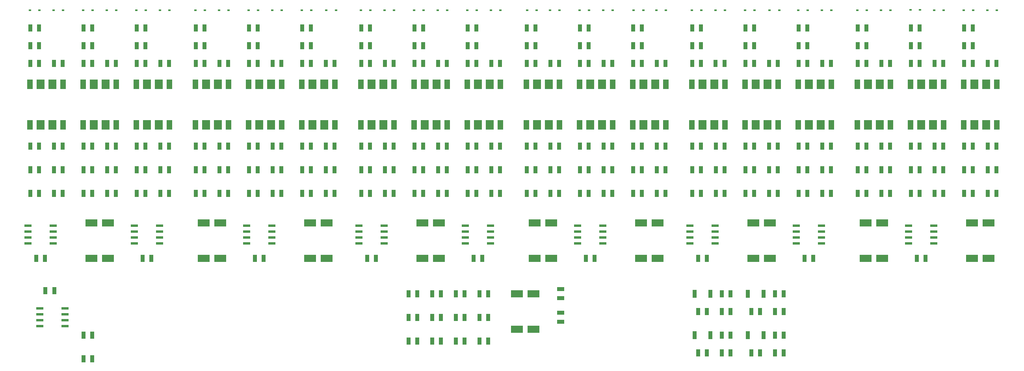
<source format=gbr>
G04 #@! TF.GenerationSoftware,KiCad,Pcbnew,(5.0.0-rc2-dev-158-g52ab6216c)*
G04 #@! TF.CreationDate,2018-03-09T12:59:15-06:00*
G04 #@! TF.ProjectId,Hybrid_bat_measure_18CH_v0.4_Teensy3.5,4879627269645F6261745F6D65617375,rev?*
G04 #@! TF.SameCoordinates,Original*
G04 #@! TF.FileFunction,Paste,Top*
G04 #@! TF.FilePolarity,Positive*
%FSLAX46Y46*%
G04 Gerber Fmt 4.6, Leading zero omitted, Abs format (unit mm)*
G04 Created by KiCad (PCBNEW (5.0.0-rc2-dev-158-g52ab6216c)) date 03/09/18 12:59:15*
%MOMM*%
%LPD*%
G01*
G04 APERTURE LIST*
%ADD10R,0.970000X1.500000*%
%ADD11R,0.600000X0.450000*%
%ADD12R,1.252000X2.000000*%
%ADD13R,1.784000X2.000000*%
%ADD14R,1.550000X0.600000*%
%ADD15R,2.600000X1.600000*%
%ADD16R,1.500000X0.970000*%
%ADD17R,0.900000X1.700000*%
G04 APERTURE END LIST*
D10*
X140015000Y-87630000D03*
X141925000Y-87630000D03*
X93025000Y-87630000D03*
X94935000Y-87630000D03*
X115885000Y-87630000D03*
X117795000Y-87630000D03*
X211135000Y-87630000D03*
X213045000Y-87630000D03*
X164145000Y-87630000D03*
X166055000Y-87630000D03*
X187005000Y-87630000D03*
X188915000Y-87630000D03*
X68895000Y-87630000D03*
X70805000Y-87630000D03*
X21905000Y-87630000D03*
X23815000Y-87630000D03*
D11*
X105190000Y-34290000D03*
X103090000Y-34290000D03*
X98840000Y-34290000D03*
X96740000Y-34290000D03*
X110270000Y-34290000D03*
X108170000Y-34290000D03*
X116620000Y-34290000D03*
X114520000Y-34290000D03*
X129502000Y-34290000D03*
X127402000Y-34290000D03*
X86360000Y-34290000D03*
X84260000Y-34290000D03*
X74710000Y-34290000D03*
X72610000Y-34290000D03*
X69630000Y-34290000D03*
X67530000Y-34290000D03*
X121700000Y-34290000D03*
X119600000Y-34290000D03*
X39150000Y-34290000D03*
X37050000Y-34290000D03*
X45500000Y-34290000D03*
X43400000Y-34290000D03*
X50580000Y-34290000D03*
X48480000Y-34290000D03*
X58200000Y-34290000D03*
X56100000Y-34290000D03*
X228380000Y-34290000D03*
X226280000Y-34290000D03*
X63280000Y-34290000D03*
X61180000Y-34290000D03*
X81060000Y-34290000D03*
X78960000Y-34290000D03*
X93760000Y-34290000D03*
X91660000Y-34290000D03*
X169960000Y-34290000D03*
X167860000Y-34290000D03*
X211870000Y-34249500D03*
X209770000Y-34249500D03*
X205520000Y-34290000D03*
X203420000Y-34290000D03*
X192820000Y-34290000D03*
X190720000Y-34290000D03*
X187740000Y-34290000D03*
X185640000Y-34290000D03*
X176310000Y-34290000D03*
X174210000Y-34290000D03*
X164880000Y-34290000D03*
X162780000Y-34290000D03*
X157260000Y-34290000D03*
X155160000Y-34290000D03*
X200440000Y-34290000D03*
X198340000Y-34290000D03*
X223300000Y-34290000D03*
X221200000Y-34290000D03*
X34070000Y-34290000D03*
X31970000Y-34290000D03*
X181610000Y-34290000D03*
X179510000Y-34290000D03*
X134400000Y-34290000D03*
X132300000Y-34290000D03*
X140750000Y-34290000D03*
X138650000Y-34290000D03*
X145830000Y-34290000D03*
X143730000Y-34290000D03*
X216950000Y-34290000D03*
X214850000Y-34290000D03*
X152400000Y-34290000D03*
X150300000Y-34290000D03*
D10*
X20635000Y-73660000D03*
X22545000Y-73660000D03*
X32065000Y-73660000D03*
X33975000Y-73660000D03*
X174305000Y-73660000D03*
X176215000Y-73660000D03*
X162875000Y-73660000D03*
X164785000Y-73660000D03*
X150175000Y-73660000D03*
X152085000Y-73660000D03*
X221295000Y-73660000D03*
X223205000Y-73660000D03*
X138745000Y-73660000D03*
X140655000Y-73660000D03*
X209865000Y-73660000D03*
X211775000Y-73660000D03*
X198435000Y-73660000D03*
X200345000Y-73660000D03*
X79055000Y-73660000D03*
X80965000Y-73660000D03*
X67625000Y-73660000D03*
X69535000Y-73660000D03*
X43495000Y-73660000D03*
X45405000Y-73660000D03*
X185735000Y-73660000D03*
X187645000Y-73660000D03*
X56195000Y-73660000D03*
X58105000Y-73660000D03*
X114615000Y-73660000D03*
X116525000Y-73660000D03*
X127315000Y-73660000D03*
X129225000Y-73660000D03*
X91755000Y-73660000D03*
X93665000Y-73660000D03*
X103185000Y-73660000D03*
X105095000Y-73660000D03*
D11*
X22640000Y-34290000D03*
X20540000Y-34290000D03*
X27720000Y-34290000D03*
X25620000Y-34290000D03*
D10*
X226375000Y-73660000D03*
X228285000Y-73660000D03*
X32065000Y-63500000D03*
X33975000Y-63500000D03*
X79055000Y-41910000D03*
X80965000Y-41910000D03*
X138745000Y-63500000D03*
X140655000Y-63500000D03*
X138745000Y-41910000D03*
X140655000Y-41910000D03*
X138745000Y-38100000D03*
X140655000Y-38100000D03*
X127315000Y-63500000D03*
X129225000Y-63500000D03*
X127315000Y-41910000D03*
X129225000Y-41910000D03*
X127315000Y-38100000D03*
X129225000Y-38100000D03*
X114615000Y-63500000D03*
X116525000Y-63500000D03*
X114615000Y-41910000D03*
X116525000Y-41910000D03*
X114615000Y-38100000D03*
X116525000Y-38100000D03*
X103185000Y-41910000D03*
X105095000Y-41910000D03*
X103185000Y-38100000D03*
X105095000Y-38100000D03*
X91755000Y-63500000D03*
X93665000Y-63500000D03*
X198435000Y-41910000D03*
X200345000Y-41910000D03*
X185735000Y-63500000D03*
X187645000Y-63500000D03*
X198435000Y-63500000D03*
X200345000Y-63500000D03*
X209865000Y-38100000D03*
X211775000Y-38100000D03*
X209865000Y-41910000D03*
X211775000Y-41910000D03*
X209865000Y-63500000D03*
X211775000Y-63500000D03*
X221295000Y-38100000D03*
X223205000Y-38100000D03*
X221295000Y-41910000D03*
X223205000Y-41910000D03*
X150175000Y-38100000D03*
X152085000Y-38100000D03*
X79055000Y-38100000D03*
X80965000Y-38100000D03*
X79055000Y-63500000D03*
X80965000Y-63500000D03*
X91755000Y-38100000D03*
X93665000Y-38100000D03*
X91755000Y-41910000D03*
X93665000Y-41910000D03*
X150175000Y-41910000D03*
X152085000Y-41910000D03*
X198435000Y-38100000D03*
X200345000Y-38100000D03*
X185735000Y-41910000D03*
X187645000Y-41910000D03*
X185735000Y-38100000D03*
X187645000Y-38100000D03*
X174305000Y-63500000D03*
X176215000Y-63500000D03*
X174305000Y-41910000D03*
X176215000Y-41910000D03*
X174305000Y-38100000D03*
X176215000Y-38100000D03*
X162875000Y-63500000D03*
X164785000Y-63500000D03*
X162875000Y-41910000D03*
X164785000Y-41910000D03*
X162875000Y-38100000D03*
X164785000Y-38100000D03*
X150175000Y-63500000D03*
X152085000Y-63500000D03*
X221295000Y-63500000D03*
X223205000Y-63500000D03*
X20635000Y-38100000D03*
X22545000Y-38100000D03*
X20635000Y-41910000D03*
X22545000Y-41910000D03*
X20635000Y-63500000D03*
X22545000Y-63500000D03*
X67625000Y-63500000D03*
X69535000Y-63500000D03*
X103185000Y-63500000D03*
X105095000Y-63500000D03*
X67625000Y-41910000D03*
X69535000Y-41910000D03*
X67625000Y-38100000D03*
X69535000Y-38100000D03*
X56195000Y-63500000D03*
X58105000Y-63500000D03*
X56195000Y-41910000D03*
X58105000Y-41910000D03*
X56195000Y-38100000D03*
X58105000Y-38100000D03*
X43495000Y-63500000D03*
X45405000Y-63500000D03*
X43495000Y-41910000D03*
X45405000Y-41910000D03*
X43495000Y-38100000D03*
X45405000Y-38100000D03*
X32065000Y-41910000D03*
X33975000Y-41910000D03*
X32065000Y-38100000D03*
X33975000Y-38100000D03*
D12*
X181344000Y-58960000D03*
D13*
X179070000Y-58960000D03*
X176530000Y-58960000D03*
D12*
X174256000Y-58960000D03*
X174256000Y-50260000D03*
D13*
X176530000Y-50260000D03*
X179070000Y-50260000D03*
D12*
X181344000Y-50260000D03*
X228334000Y-58960000D03*
D13*
X226060000Y-58960000D03*
X223520000Y-58960000D03*
D12*
X221246000Y-58960000D03*
X221246000Y-50260000D03*
D13*
X223520000Y-50260000D03*
X226060000Y-50260000D03*
D12*
X228334000Y-50260000D03*
X216904000Y-58960000D03*
D13*
X214630000Y-58960000D03*
X212090000Y-58960000D03*
D12*
X209816000Y-58960000D03*
X209816000Y-50260000D03*
D13*
X212090000Y-50260000D03*
X214630000Y-50260000D03*
D12*
X216904000Y-50260000D03*
X205474000Y-58960000D03*
D13*
X203200000Y-58960000D03*
X200660000Y-58960000D03*
D12*
X198386000Y-58960000D03*
X198386000Y-50260000D03*
D13*
X200660000Y-50260000D03*
X203200000Y-50260000D03*
D12*
X205474000Y-50260000D03*
X192774000Y-58960000D03*
D13*
X190500000Y-58960000D03*
X187960000Y-58960000D03*
D12*
X185686000Y-58960000D03*
X185686000Y-50260000D03*
D13*
X187960000Y-50260000D03*
X190500000Y-50260000D03*
D12*
X192774000Y-50260000D03*
X63234000Y-58960000D03*
D13*
X60960000Y-58960000D03*
X58420000Y-58960000D03*
D12*
X56146000Y-58960000D03*
X56146000Y-50260000D03*
D13*
X58420000Y-50260000D03*
X60960000Y-50260000D03*
D12*
X63234000Y-50260000D03*
X27674000Y-58960000D03*
D13*
X25400000Y-58960000D03*
X22860000Y-58960000D03*
D12*
X20586000Y-58960000D03*
X20586000Y-50260000D03*
D13*
X22860000Y-50260000D03*
X25400000Y-50260000D03*
D12*
X27674000Y-50260000D03*
X39104000Y-58960000D03*
D13*
X36830000Y-58960000D03*
X34290000Y-58960000D03*
D12*
X32016000Y-58960000D03*
X32016000Y-50260000D03*
D13*
X34290000Y-50260000D03*
X36830000Y-50260000D03*
D12*
X39104000Y-50260000D03*
X50534000Y-58960000D03*
D13*
X48260000Y-58960000D03*
X45720000Y-58960000D03*
D12*
X43446000Y-58960000D03*
X43446000Y-50260000D03*
D13*
X45720000Y-50260000D03*
X48260000Y-50260000D03*
D12*
X50534000Y-50260000D03*
X86094000Y-58960000D03*
D13*
X83820000Y-58960000D03*
X81280000Y-58960000D03*
D12*
X79006000Y-58960000D03*
X79006000Y-50260000D03*
D13*
X81280000Y-50260000D03*
X83820000Y-50260000D03*
D12*
X86094000Y-50260000D03*
X98794000Y-58960000D03*
D13*
X96520000Y-58960000D03*
X93980000Y-58960000D03*
D12*
X91706000Y-58960000D03*
X91706000Y-50260000D03*
D13*
X93980000Y-50260000D03*
X96520000Y-50260000D03*
D12*
X98794000Y-50260000D03*
X110224000Y-58960000D03*
D13*
X107950000Y-58960000D03*
X105410000Y-58960000D03*
D12*
X103136000Y-58960000D03*
X103136000Y-50260000D03*
D13*
X105410000Y-50260000D03*
X107950000Y-50260000D03*
D12*
X110224000Y-50260000D03*
X74664000Y-58960000D03*
D13*
X72390000Y-58960000D03*
X69850000Y-58960000D03*
D12*
X67576000Y-58960000D03*
X67576000Y-50260000D03*
D13*
X69850000Y-50260000D03*
X72390000Y-50260000D03*
D12*
X74664000Y-50260000D03*
X134354000Y-58960000D03*
D13*
X132080000Y-58960000D03*
X129540000Y-58960000D03*
D12*
X127266000Y-58960000D03*
X127266000Y-50260000D03*
D13*
X129540000Y-50260000D03*
X132080000Y-50260000D03*
D12*
X134354000Y-50260000D03*
X145784000Y-58960000D03*
D13*
X143510000Y-58960000D03*
X140970000Y-58960000D03*
D12*
X138696000Y-58960000D03*
X138696000Y-50260000D03*
D13*
X140970000Y-50260000D03*
X143510000Y-50260000D03*
D12*
X145784000Y-50260000D03*
X169914000Y-58960000D03*
D13*
X167640000Y-58960000D03*
X165100000Y-58960000D03*
D12*
X162826000Y-58960000D03*
X162826000Y-50260000D03*
D13*
X165100000Y-50260000D03*
X167640000Y-50260000D03*
D12*
X169914000Y-50260000D03*
X157214000Y-58960000D03*
D13*
X154940000Y-58960000D03*
X152400000Y-58960000D03*
D12*
X150126000Y-58960000D03*
X150126000Y-50260000D03*
D13*
X152400000Y-50260000D03*
X154940000Y-50260000D03*
D12*
X157214000Y-50260000D03*
X121654000Y-58960000D03*
D13*
X119380000Y-58960000D03*
X116840000Y-58960000D03*
D12*
X114566000Y-58960000D03*
X114566000Y-50260000D03*
D13*
X116840000Y-50260000D03*
X119380000Y-50260000D03*
D12*
X121654000Y-50260000D03*
D14*
X25560000Y-80645000D03*
X25560000Y-81915000D03*
X25560000Y-83185000D03*
X25560000Y-84455000D03*
X20160000Y-84455000D03*
X20160000Y-83185000D03*
X20160000Y-81915000D03*
X20160000Y-80645000D03*
X214790000Y-80645000D03*
X214790000Y-81915000D03*
X214790000Y-83185000D03*
X214790000Y-84455000D03*
X209390000Y-84455000D03*
X209390000Y-83185000D03*
X209390000Y-81915000D03*
X209390000Y-80645000D03*
X190660000Y-80645000D03*
X190660000Y-81915000D03*
X190660000Y-83185000D03*
X190660000Y-84455000D03*
X185260000Y-84455000D03*
X185260000Y-83185000D03*
X185260000Y-81915000D03*
X185260000Y-80645000D03*
X167800000Y-80645000D03*
X167800000Y-81915000D03*
X167800000Y-83185000D03*
X167800000Y-84455000D03*
X162400000Y-84455000D03*
X162400000Y-83185000D03*
X162400000Y-81915000D03*
X162400000Y-80645000D03*
X143670000Y-80645000D03*
X143670000Y-81915000D03*
X143670000Y-83185000D03*
X143670000Y-84455000D03*
X138270000Y-84455000D03*
X138270000Y-83185000D03*
X138270000Y-81915000D03*
X138270000Y-80645000D03*
X48420000Y-80645000D03*
X48420000Y-81915000D03*
X48420000Y-83185000D03*
X48420000Y-84455000D03*
X43020000Y-84455000D03*
X43020000Y-83185000D03*
X43020000Y-81915000D03*
X43020000Y-80645000D03*
X72550000Y-80645000D03*
X72550000Y-81915000D03*
X72550000Y-83185000D03*
X72550000Y-84455000D03*
X67150000Y-84455000D03*
X67150000Y-83185000D03*
X67150000Y-81915000D03*
X67150000Y-80645000D03*
X96680000Y-80645000D03*
X96680000Y-81915000D03*
X96680000Y-83185000D03*
X96680000Y-84455000D03*
X91280000Y-84455000D03*
X91280000Y-83185000D03*
X91280000Y-81915000D03*
X91280000Y-80645000D03*
X119540000Y-80645000D03*
X119540000Y-81915000D03*
X119540000Y-83185000D03*
X119540000Y-84455000D03*
X114140000Y-84455000D03*
X114140000Y-83185000D03*
X114140000Y-81915000D03*
X114140000Y-80645000D03*
D10*
X167955000Y-63500000D03*
X169865000Y-63500000D03*
X162875000Y-45720000D03*
X164785000Y-45720000D03*
X190815000Y-45720000D03*
X192725000Y-45720000D03*
X179385000Y-68580000D03*
X181295000Y-68580000D03*
X174305000Y-68580000D03*
X176215000Y-68580000D03*
X179385000Y-63500000D03*
X181295000Y-63500000D03*
X174305000Y-45720000D03*
X176215000Y-45720000D03*
X179385000Y-45720000D03*
X181295000Y-45720000D03*
X167955000Y-73660000D03*
X169865000Y-73660000D03*
X167955000Y-68580000D03*
X169865000Y-68580000D03*
X155255000Y-68580000D03*
X157165000Y-68580000D03*
X155255000Y-73660000D03*
X157165000Y-73660000D03*
X167925000Y-45720000D03*
X169835000Y-45720000D03*
X84135000Y-73660000D03*
X86045000Y-73660000D03*
X150175000Y-68580000D03*
X152085000Y-68580000D03*
X155255000Y-63500000D03*
X157165000Y-63500000D03*
X150175000Y-45720000D03*
X152085000Y-45720000D03*
X20635000Y-45720000D03*
X22545000Y-45720000D03*
X25715000Y-45720000D03*
X27625000Y-45720000D03*
X25715000Y-63500000D03*
X27625000Y-63500000D03*
X179385000Y-73660000D03*
X181295000Y-73660000D03*
X226375000Y-68580000D03*
X228285000Y-68580000D03*
X221295000Y-68580000D03*
X223205000Y-68580000D03*
X226375000Y-63500000D03*
X228285000Y-63500000D03*
X162875000Y-68580000D03*
X164785000Y-68580000D03*
X61275000Y-73660000D03*
X63185000Y-73660000D03*
X190815000Y-68580000D03*
X192725000Y-68580000D03*
X214945000Y-68580000D03*
X216855000Y-68580000D03*
X209865000Y-68580000D03*
X211775000Y-68580000D03*
X214945000Y-63500000D03*
X216855000Y-63500000D03*
X209865000Y-45720000D03*
X211775000Y-45720000D03*
X20635000Y-68580000D03*
X22545000Y-68580000D03*
X203515000Y-73660000D03*
X205425000Y-73660000D03*
X203515000Y-68580000D03*
X205425000Y-68580000D03*
X198435000Y-68580000D03*
X200345000Y-68580000D03*
X203515000Y-63500000D03*
X205425000Y-63500000D03*
X198435000Y-45720000D03*
X200345000Y-45720000D03*
X203515000Y-45720000D03*
X205425000Y-45720000D03*
X221295000Y-45720000D03*
X223205000Y-45720000D03*
X226375000Y-45720000D03*
X228285000Y-45720000D03*
X185735000Y-68580000D03*
X187645000Y-68580000D03*
X190815000Y-63500000D03*
X192725000Y-63500000D03*
X185735000Y-45720000D03*
X187645000Y-45720000D03*
X214945000Y-45720000D03*
X216855000Y-45720000D03*
X91755000Y-45720000D03*
X93665000Y-45720000D03*
X96835000Y-63500000D03*
X98745000Y-63500000D03*
X91755000Y-68580000D03*
X93665000Y-68580000D03*
X96835000Y-68580000D03*
X98745000Y-68580000D03*
X96835000Y-73660000D03*
X98745000Y-73660000D03*
X108265000Y-45720000D03*
X110175000Y-45720000D03*
X103185000Y-45720000D03*
X105095000Y-45720000D03*
X108265000Y-63500000D03*
X110175000Y-63500000D03*
X190815000Y-73660000D03*
X192725000Y-73660000D03*
X37145000Y-63500000D03*
X39055000Y-63500000D03*
X108265000Y-73660000D03*
X110175000Y-73660000D03*
X119695000Y-45720000D03*
X121605000Y-45720000D03*
X114615000Y-45720000D03*
X116525000Y-45720000D03*
X119695000Y-63500000D03*
X121605000Y-63500000D03*
X25715000Y-68580000D03*
X27625000Y-68580000D03*
X119695000Y-68580000D03*
X121605000Y-68580000D03*
X119695000Y-73660000D03*
X121605000Y-73660000D03*
X132395000Y-45720000D03*
X134305000Y-45720000D03*
X127315000Y-45720000D03*
X129225000Y-45720000D03*
X132395000Y-63500000D03*
X134305000Y-63500000D03*
X127315000Y-68580000D03*
X129225000Y-68580000D03*
X214945000Y-73660000D03*
X216855000Y-73660000D03*
X143825000Y-45720000D03*
X145735000Y-45720000D03*
X132395000Y-73660000D03*
X134305000Y-73660000D03*
X32065000Y-68580000D03*
X33975000Y-68580000D03*
X37145000Y-45720000D03*
X39055000Y-45720000D03*
X32065000Y-45720000D03*
X33975000Y-45720000D03*
X25715000Y-73660000D03*
X27625000Y-73660000D03*
X114615000Y-68580000D03*
X116525000Y-68580000D03*
X155255000Y-45720000D03*
X157165000Y-45720000D03*
X143825000Y-73660000D03*
X145735000Y-73660000D03*
X143825000Y-68580000D03*
X145735000Y-68580000D03*
X138745000Y-68580000D03*
X140655000Y-68580000D03*
X143825000Y-63500000D03*
X145735000Y-63500000D03*
X138745000Y-45720000D03*
X140655000Y-45720000D03*
X132395000Y-68580000D03*
X134305000Y-68580000D03*
X37145000Y-68580000D03*
X39055000Y-68580000D03*
X37145000Y-73660000D03*
X39055000Y-73660000D03*
X43495000Y-45720000D03*
X45405000Y-45720000D03*
X48575000Y-45720000D03*
X50485000Y-45720000D03*
X48575000Y-63500000D03*
X50485000Y-63500000D03*
X43495000Y-68580000D03*
X45405000Y-68580000D03*
X48575000Y-68580000D03*
X50485000Y-68580000D03*
X48575000Y-73660000D03*
X50485000Y-73660000D03*
X56195000Y-45720000D03*
X58105000Y-45720000D03*
X61275000Y-45720000D03*
X63185000Y-45720000D03*
X96835000Y-45720000D03*
X98745000Y-45720000D03*
X56195000Y-68580000D03*
X58105000Y-68580000D03*
X103185000Y-68580000D03*
X105095000Y-68580000D03*
X108265000Y-68580000D03*
X110175000Y-68580000D03*
X67625000Y-45720000D03*
X69535000Y-45720000D03*
X72705000Y-45720000D03*
X74615000Y-45720000D03*
X72705000Y-63500000D03*
X74615000Y-63500000D03*
X67625000Y-68580000D03*
X69535000Y-68580000D03*
X72705000Y-68580000D03*
X74615000Y-68580000D03*
X72705000Y-73660000D03*
X74615000Y-73660000D03*
X79055000Y-45720000D03*
X80965000Y-45720000D03*
X84135000Y-45720000D03*
X86045000Y-45720000D03*
X84135000Y-63500000D03*
X86045000Y-63500000D03*
X79055000Y-68580000D03*
X80965000Y-68580000D03*
X84135000Y-68580000D03*
X86045000Y-68580000D03*
X61275000Y-63500000D03*
X63185000Y-63500000D03*
X61275000Y-68580000D03*
X63185000Y-68580000D03*
D15*
X37360000Y-87630000D03*
X33760000Y-87630000D03*
X37360000Y-80010000D03*
X33760000Y-80010000D03*
X61490000Y-87630000D03*
X57890000Y-87630000D03*
X61490000Y-80010000D03*
X57890000Y-80010000D03*
X84350000Y-87630000D03*
X80750000Y-87630000D03*
X84350000Y-80010000D03*
X80750000Y-80010000D03*
X108480000Y-87630000D03*
X104880000Y-87630000D03*
X108480000Y-80010000D03*
X104880000Y-80010000D03*
X132610000Y-87630000D03*
X129010000Y-87630000D03*
X132610000Y-80010000D03*
X129010000Y-80010000D03*
X155470000Y-87630000D03*
X151870000Y-87630000D03*
X155470000Y-80010000D03*
X151870000Y-80010000D03*
X179600000Y-87630000D03*
X176000000Y-87630000D03*
X179600000Y-80010000D03*
X176000000Y-80010000D03*
X203730000Y-87630000D03*
X200130000Y-87630000D03*
X203730000Y-80010000D03*
X200130000Y-80010000D03*
X226590000Y-87630000D03*
X222990000Y-87630000D03*
X226590000Y-80010000D03*
X222990000Y-80010000D03*
D16*
X134620000Y-94295000D03*
X134620000Y-96205000D03*
D15*
X128800000Y-102870000D03*
X125200000Y-102870000D03*
X128800000Y-95250000D03*
X125200000Y-95250000D03*
D16*
X134620000Y-99375000D03*
X134620000Y-101285000D03*
D10*
X44765000Y-87630000D03*
X46675000Y-87630000D03*
D14*
X28100000Y-98425000D03*
X28100000Y-99695000D03*
X28100000Y-100965000D03*
X28100000Y-102235000D03*
X22700000Y-102235000D03*
X22700000Y-100965000D03*
X22700000Y-99695000D03*
X22700000Y-98425000D03*
D10*
X25794800Y-94615000D03*
X23884800Y-94615000D03*
X101915000Y-95250000D03*
X103825000Y-95250000D03*
X103825000Y-100330000D03*
X101915000Y-100330000D03*
X101915000Y-105410000D03*
X103825000Y-105410000D03*
X113985000Y-95250000D03*
X112075000Y-95250000D03*
X112075000Y-100330000D03*
X113985000Y-100330000D03*
X113985000Y-105410000D03*
X112075000Y-105410000D03*
X106995000Y-95250000D03*
X108905000Y-95250000D03*
X108905000Y-100330000D03*
X106995000Y-100330000D03*
X106995000Y-105410000D03*
X108905000Y-105410000D03*
X119065000Y-95250000D03*
X117155000Y-95250000D03*
X117155000Y-100330000D03*
X119065000Y-100330000D03*
X119065000Y-105410000D03*
X117155000Y-105410000D03*
X166055000Y-99060000D03*
X164145000Y-99060000D03*
X164145000Y-107950000D03*
X166055000Y-107950000D03*
X177485000Y-99060000D03*
X175575000Y-99060000D03*
X175575000Y-107950000D03*
X177485000Y-107950000D03*
X169225000Y-95250000D03*
X171135000Y-95250000D03*
X169225000Y-99060000D03*
X171135000Y-99060000D03*
X169225000Y-104140000D03*
X171135000Y-104140000D03*
X171135000Y-107950000D03*
X169225000Y-107950000D03*
X182565000Y-95250000D03*
X180655000Y-95250000D03*
X182565000Y-99060000D03*
X180655000Y-99060000D03*
X182565000Y-104140000D03*
X180655000Y-104140000D03*
X180655000Y-107950000D03*
X182565000Y-107950000D03*
D17*
X163400000Y-95250000D03*
X166800000Y-95250000D03*
X166800000Y-104140000D03*
X163400000Y-104140000D03*
X174830000Y-95250000D03*
X178230000Y-95250000D03*
X178230000Y-104140000D03*
X174830000Y-104140000D03*
D10*
X33975000Y-109220000D03*
X32065000Y-109220000D03*
X32065000Y-104140000D03*
X33975000Y-104140000D03*
M02*

</source>
